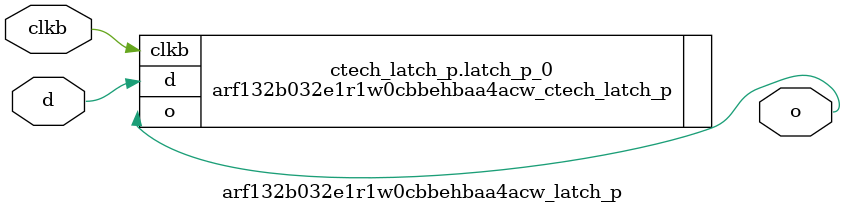
<source format=sv>

`ifndef ARF132B032E1R1W0CBBEHBAA4ACW_LATCH_P_SV
`define ARF132B032E1R1W0CBBEHBAA4ACW_LATCH_P_SV

module arf132b032e1r1w0cbbehbaa4acw_latch_p #
(
  parameter CTECH = 1
)
(
  output logic o,
  input  logic d,
  input  logic clkb
);

  if (CTECH == 1) begin: ctech_latch_p
    arf132b032e1r1w0cbbehbaa4acw_ctech_latch_p latch_p_0 (.o(o),.d(d),.clkb(clkb));
  end
  else begin
    always_latch begin
      if (~clkb) begin
        o <= d;
      end
    end
  end

endmodule // arf132b032e1r1w0cbbehbaa4acw_latch_p

`endif // ARF132B032E1R1W0CBBEHBAA4ACW_LATCH_P_SV
</source>
